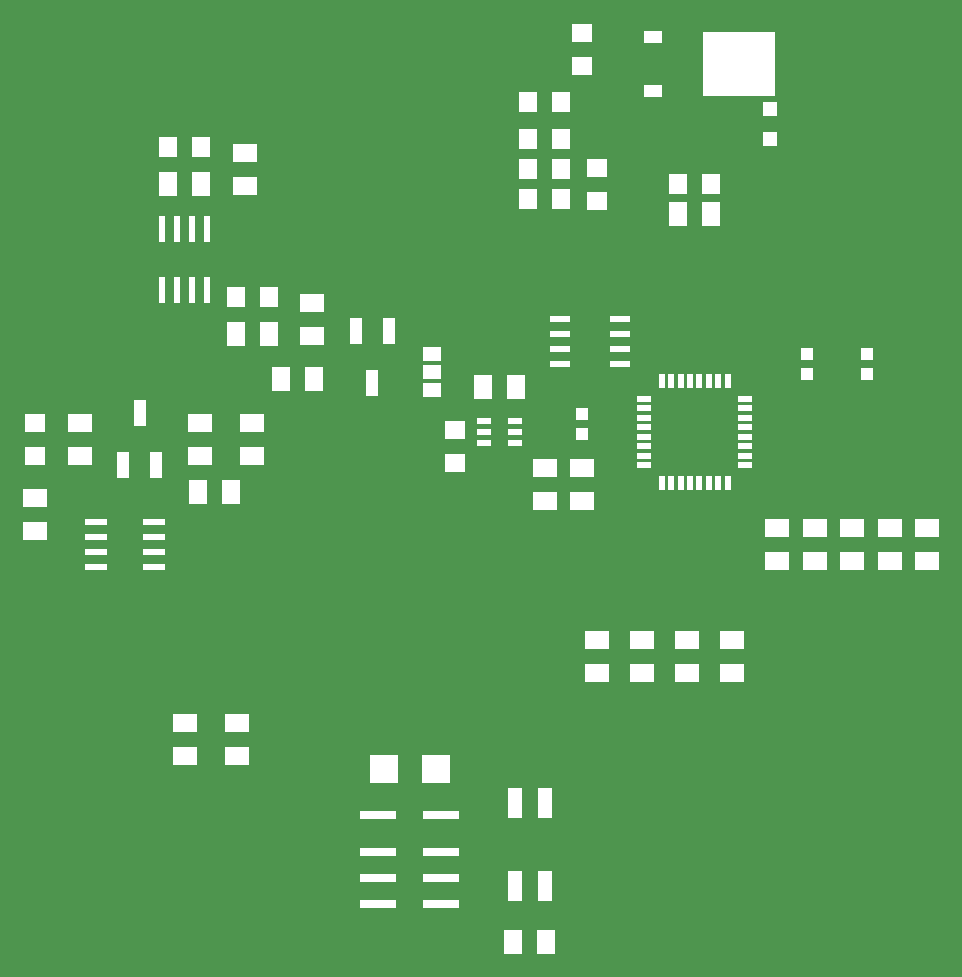
<source format=gbr>
G04 EAGLE Gerber X2 export*
%TF.Part,Single*%
%TF.FileFunction,Paste,Top*%
%TF.FilePolarity,Negative*%
%TF.GenerationSoftware,Autodesk,EAGLE,9.2.0*%
%TF.CreationDate,2018-10-30T13:38:44Z*%
G75*
%MOMM*%
%FSLAX34Y34*%
%LPD*%
%INSolderpaste Top*%
%IPNEG*%
%AMOC8*
5,1,8,0,0,1.08239X$1,22.5*%
G01*
%ADD10R,1.000000X1.100000*%
%ADD11R,1.800000X1.600000*%
%ADD12R,1.600000X1.800000*%
%ADD13R,0.609600X2.209800*%
%ADD14R,1.600000X2.000000*%
%ADD15R,2.000000X1.600000*%
%ADD16R,1.066800X2.184400*%
%ADD17R,1.981200X0.558800*%
%ADD18R,1.270000X0.558800*%
%ADD19R,0.558800X1.270000*%
%ADD20R,1.200000X0.550000*%
%ADD21R,3.100000X0.800000*%
%ADD22R,1.270000X2.540000*%
%ADD23R,1.600000X1.000000*%
%ADD24R,6.200000X5.400000*%
%ADD25R,2.400000X2.400000*%
%ADD26R,1.270000X1.270000*%
%ADD27R,1.720000X0.600000*%
%ADD28R,1.600200X1.168400*%


D10*
X844550Y707000D03*
X844550Y690000D03*
X793750Y707000D03*
X793750Y690000D03*
D11*
X139700Y649000D03*
X139700Y621000D03*
D12*
X280700Y882650D03*
X252700Y882650D03*
X309850Y755650D03*
X337850Y755650D03*
D13*
X247650Y761238D03*
X260350Y761238D03*
X273050Y761238D03*
X285750Y761238D03*
X285750Y813562D03*
X273050Y813562D03*
X260350Y813562D03*
X247650Y813562D03*
D14*
X252700Y850900D03*
X280700Y850900D03*
X309850Y723900D03*
X337850Y723900D03*
X347950Y685800D03*
X375950Y685800D03*
D15*
X374650Y750600D03*
X374650Y722600D03*
D16*
X439450Y726850D03*
X425450Y682850D03*
X411450Y726850D03*
D14*
X712500Y825500D03*
X684500Y825500D03*
D15*
X317500Y877600D03*
X317500Y849600D03*
X177800Y621000D03*
X177800Y649000D03*
D14*
X278100Y590550D03*
X306100Y590550D03*
D15*
X311150Y395000D03*
X311150Y367000D03*
X139700Y557500D03*
X139700Y585500D03*
X323850Y649000D03*
X323850Y621000D03*
X279400Y649000D03*
X279400Y621000D03*
D16*
X214600Y613000D03*
X228600Y657000D03*
X242600Y613000D03*
D17*
X240538Y527050D03*
X240538Y539750D03*
X240538Y552450D03*
X240538Y565150D03*
X191262Y565150D03*
X191262Y552450D03*
X191262Y539750D03*
X191262Y527050D03*
D18*
X741426Y613350D03*
X741426Y621350D03*
X741426Y629350D03*
X741426Y637350D03*
X741426Y645350D03*
X741426Y653350D03*
X741426Y661350D03*
X741426Y669350D03*
D19*
X726500Y684276D03*
X718500Y684276D03*
X710500Y684276D03*
X702500Y684276D03*
X694500Y684276D03*
X686500Y684276D03*
X678500Y684276D03*
X670500Y684276D03*
D18*
X655574Y669350D03*
X655574Y661350D03*
X655574Y653350D03*
X655574Y645350D03*
X655574Y637350D03*
X655574Y629350D03*
X655574Y621350D03*
X655574Y613350D03*
D19*
X670500Y598424D03*
X678500Y598424D03*
X686500Y598424D03*
X694500Y598424D03*
X702500Y598424D03*
X710500Y598424D03*
X718500Y598424D03*
X726500Y598424D03*
D20*
X546401Y631850D03*
X546401Y641350D03*
X546401Y650850D03*
X520399Y650850D03*
X520399Y631850D03*
X520399Y641350D03*
D11*
X495300Y614650D03*
X495300Y642650D03*
D15*
X571500Y582900D03*
X571500Y610900D03*
X603250Y582900D03*
X603250Y610900D03*
X800100Y532100D03*
X800100Y560100D03*
X831850Y532100D03*
X831850Y560100D03*
X863600Y532100D03*
X863600Y560100D03*
X768350Y532100D03*
X768350Y560100D03*
X266700Y367000D03*
X266700Y395000D03*
X895350Y532100D03*
X895350Y560100D03*
D21*
X430700Y317400D03*
X430700Y285400D03*
X430700Y263400D03*
X430700Y241400D03*
X483700Y317400D03*
X483700Y285400D03*
X483700Y263400D03*
X483700Y241400D03*
D22*
X571500Y327100D03*
X546100Y327100D03*
X546100Y257100D03*
X571500Y257100D03*
D15*
X615950Y464850D03*
X615950Y436850D03*
X654050Y436850D03*
X654050Y464850D03*
X692150Y436850D03*
X692150Y464850D03*
D12*
X684500Y850900D03*
X712500Y850900D03*
D11*
X603250Y979200D03*
X603250Y951200D03*
D23*
X663200Y975300D03*
X663200Y929700D03*
D24*
X736200Y952500D03*
D14*
X544800Y209550D03*
X572800Y209550D03*
D12*
X557500Y889000D03*
X585500Y889000D03*
X557500Y863600D03*
X585500Y863600D03*
X557500Y838200D03*
X585500Y838200D03*
D11*
X615950Y864900D03*
X615950Y836900D03*
D25*
X435200Y355600D03*
X479200Y355600D03*
D26*
X762000Y914400D03*
X762000Y889000D03*
D15*
X730250Y436850D03*
X730250Y464850D03*
D12*
X585500Y920750D03*
X557500Y920750D03*
D14*
X547400Y679450D03*
X519400Y679450D03*
D10*
X603250Y639200D03*
X603250Y656200D03*
D27*
X635000Y698500D03*
X635000Y711200D03*
X635000Y723900D03*
X635000Y736600D03*
X584200Y736600D03*
X584200Y723900D03*
X584200Y711200D03*
X584200Y698500D03*
D28*
X476250Y676910D03*
X476250Y692150D03*
X476250Y707390D03*
M02*

</source>
